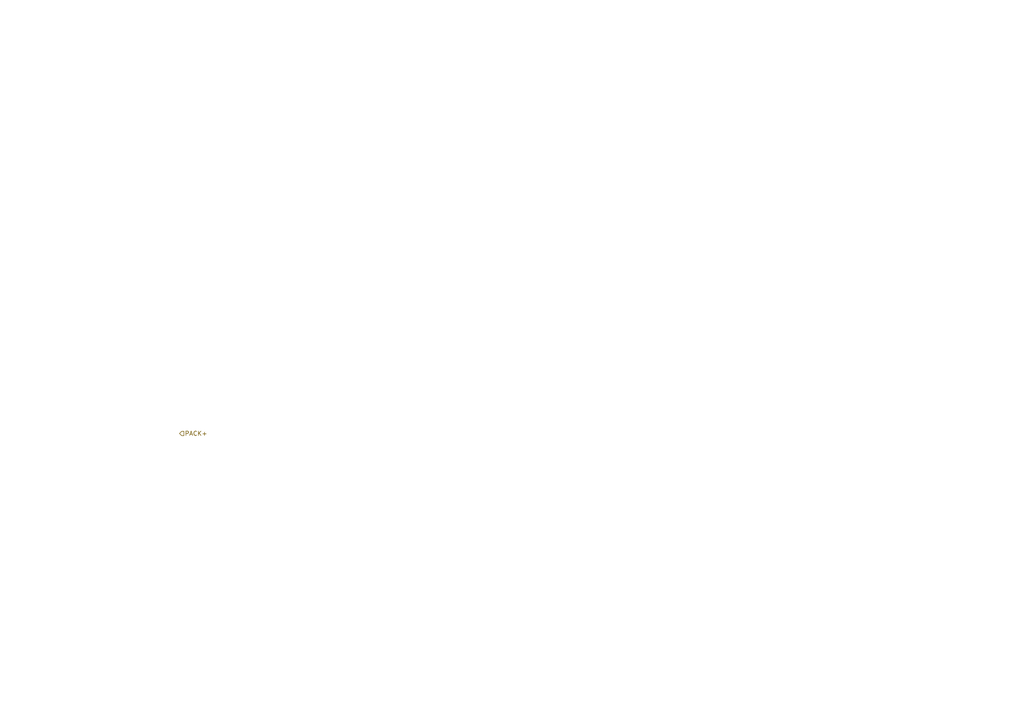
<source format=kicad_sch>
(kicad_sch
	(version 20250114)
	(generator "eeschema")
	(generator_version "9.0")
	(uuid "c33cd434-5379-4b5a-940f-766ad8fd91f7")
	(paper "A4")
	(lib_symbols)
	(hierarchical_label "PACK+"
		(shape input)
		(at 52.07 125.73 0)
		(effects
			(font
				(size 1.27 1.27)
			)
			(justify left)
		)
		(uuid "4f056cc4-454e-4fc2-8b4e-43b06398b256")
	)
)

</source>
